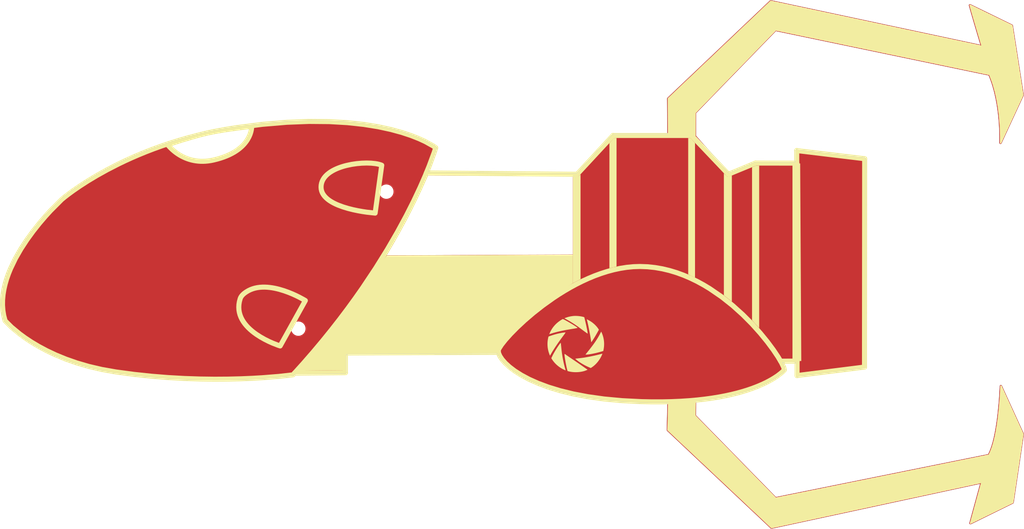
<source format=kicad_pcb>
(kicad_pcb (version 20240108) (generator "pcbnew") (generator_version "8.0")
  (layers (0 "F.Cu" signal) (31 "B.Cu" signal) (34 "B.Paste" user) (35 "F.Paste" user) (36 "B.SilkS" user "B.Silkscreen") (37 "F.SilkS" user "F.Silkscreen") (38 "B.Mask" user) (39 "F.Mask" user) (44 "Edge.Cuts" user))
  (net 0 "")
  (footprint "TestPoint:TestPoint_Pad_1.0x1.0mm" (layer "F.Cu") (at 146.15 74.325)
    (property "Reference" "REF**" (hide yes))
    (property "Value" "." (hide yes))
    (pad "" np_thru_hole circle (at 0 0) (size 1 1) (drill 1) (layers "F&B.Cu"))
  )
  (footprint "TestPoint:TestPoint_Pad_1.0x1.0mm" (layer "F.Cu") (at 136.925 88.7)
    (property "Reference" "REF**" (hide yes))
    (property "Value" "." (hide yes))
    (pad "" np_thru_hole circle (at 0 0) (size 1 1) (drill 1) (layers "F&B.Cu"))
  )
  (gr_line (start 136.52259 93.368042) (end 141.851791 93.321556) (stroke (width 0.529166)) (layer "F.SilkS"))
  (gr_line (start 189.204467 92.105098) (end 187.485358 92.108276) (stroke (width 0.529166)) (layer "F.SilkS"))
  (gr_poly (pts (xy 163.048117 90.519745) (xy 163.042379 90.407257) (xy 163.04112 90.309531) (xy 163.040929 90.294682) (xy 163.043778 90.182157) (xy 163.050936 90.069822) (xy 163.062411 89.957813) (xy 163.078214 89.846269) (xy 163.098353 89.735328) (xy 163.12284 89.625129) (xy 163.131333 89.590567) (xy 163.135022 89.576545) (xy 163.138546 89.564436) (xy 163.142063 89.554043) (xy 163.143866 89.549429) (xy 163.145726 89.545171) (xy 163.147662 89.541244) (xy 163.149692 89.537623) (xy 163.151838 89.534285) (xy 163.154117 89.531205) (xy 163.15655 89.528358) (xy 163.159155 89.52572) (xy 163.161954 89.523266) (xy 163.164964 89.520972) (xy 163.168205 89.518814) (xy 163.171697 89.516766) (xy 163.17546 89.514806) (xy 163.179512 89.512907) (xy 163.188563 89.509197) (xy 163.199007 89.505442) (xy 163.224693 89.497013) (xy 163.255124 89.486937) (xy 163.293582 89.473847) (xy 163.335142 89.459437) (xy 163.374877 89.4454) (xy 163.550896 89.385352) (xy 163.731381 89.329257) (xy 163.91447 89.277566) (xy 164.098298 89.230726) (xy 164.281001 89.189189) (xy 164.460715 89.153402) (xy 164.635575 89.123816) (xy 164.803718 89.100879) (xy 164.810001 89.100241) (xy 164.818007 89.099595) (xy 164.837871 89.098354) (xy 164.860681 89.097296) (xy 164.883811 89.096561) (xy 164.93814 89.095279) (xy 164.918784 89.127315) (xy 164.896557 89.163439) (xy 164.873408 89.199584) (xy 164.847958 89.237714) (xy 164.818824 89.279791) (xy 164.784626 89.32778) (xy 164.743984 89.383645) (xy 164.63784 89.526855) (xy 164.435826 89.801165) (xy 164.241238 90.072596) (xy 164.056117 90.338079) (xy 163.882509 90.594548) (xy 163.722458 90.838933) (xy 163.578008 91.068167) (xy 163.451202 91.279182) (xy 163.344085 91.46891) (xy 163.330059 91.49492) (xy 163.32435 91.504997) (xy 163.319285 91.51296) (xy 163.314695 91.51869) (xy 163.312526 91.52068) (xy 163.310412 91.522067) (xy 163.308332 91.522835) (xy 163.306266 91.52297) (xy 163.304191 91.522456) (xy 163.302088 91.521279) (xy 163.299935 91.519423) (xy 163.29771 91.516873) (xy 163.292963 91.509633) (xy 163.287677 91.499437) (xy 163.281685 91.486166) (xy 163.266904 91.449916) (xy 163.247268 91.399921) (xy 163.207565 91.293106) (xy 163.172074 91.185099) (xy 163.140805 91.076037) (xy 163.113767 90.966058) (xy 163.090969 90.855302) (xy 163.072422 90.743905) (xy 163.058135 90.632007)) (fill solid) (layer "F.SilkS"))
  (gr_poly (pts (xy 170.27999 68.695484) (xy 170.27999 82.176128) (xy 169.532371 82.364196) (xy 169.532371 69.222318) (xy 170.014014 68.687187)) (fill solid) (layer "F.SilkS"))
  (gr_line (start 166.146041 72.500049) (end 169.912132 68.43094) (stroke (width 0.529166)) (layer "F.SilkS"))
  (gr_poly (pts (xy 164.813667 87.609687) (xy 164.855895 87.633354) (xy 164.86588 87.638879) (xy 165.055335 87.743709) (xy 165.257611 87.857324) (xy 165.449363 87.969663) (xy 165.636023 88.084313) (xy 165.823026 88.204857) (xy 166.015804 88.334882) (xy 166.219792 88.477974) (xy 166.440422 88.637718) (xy 166.683128 88.817699) (xy 166.812454 88.913867) (xy 166.936214 89.004767) (xy 167.04037 89.080157) (xy 167.110885 89.129799) (xy 167.199296 89.190146) (xy 167.245033 89.221702) (xy 167.248454 89.222232) (xy 167.250786 89.218199) (xy 167.252309 89.197099) (xy 167.249855 89.159722) (xy 167.243677 89.107384) (xy 167.221157 88.963096) (xy 167.186769 88.774777) (xy 167.142534 88.552966) (xy 167.090473 88.308204) (xy 167.032606 88.051031) (xy 166.970954 87.791988) (xy 166.927829 87.614865) (xy 166.906493 87.525066) (xy 166.905829 87.522205) (xy 166.905057 87.519468) (xy 166.90415 87.516843) (xy 166.903082 87.514319) (xy 166.90183 87.511888) (xy 166.900366 87.509538) (xy 166.898666 87.507258) (xy 166.896704 87.505039) (xy 166.894454 87.502871) (xy 166.891891 87.500742) (xy 166.888989 87.498642) (xy 166.885723 87.496562) (xy 166.882067 87.49449) (xy 166.877995 87.492416) (xy 166.873483 87.49033) (xy 166.868505 87.488221) (xy 166.863034 87.48608) (xy 166.857046 87.483895) (xy 166.850515 87.481656) (xy 166.843415 87.479354) (xy 166.835722 87.476976) (xy 166.827408 87.474514) (xy 166.81845 87.471957) (xy 166.80882 87.469294) (xy 166.787447 87.463609) (xy 166.763085 87.457377) (xy 166.735528 87.450515) (xy 166.704574 87.442939) (xy 166.65196 87.430902) (xy 166.596722 87.41971) (xy 166.479954 87.399984) (xy 166.357431 87.38401) (xy 166.232314 87.372038) (xy 166.107767 87.364317) (xy 165.986952 87.361096) (xy 165.87303 87.362625) (xy 165.819643 87.365248) (xy 165.769164 87.369152) (xy 165.647819 87.382645) (xy 165.528404 87.400345) (xy 165.410781 87.422286) (xy 165.29481 87.448501) (xy 165.180352 87.479025) (xy 165.067268 87.513892) (xy 164.955418 87.553136) (xy 164.844665 87.59679)) (fill solid) (layer "F.SilkS"))
  (gr_line (start 150.348239 72.360674) (end 166.146041 72.500049) (stroke (width 0.529166)) (layer "F.SilkS"))
  (gr_line (start 196.289069 70.869096) (end 196.27127 92.728119) (stroke (width 0.529166)) (layer "F.SilkS"))
  (gr_poly (pts (xy 165.867122 88.689613) (xy 165.939132 88.677007) (xy 166.005143 88.664593) (xy 166.063652 88.652692) (xy 166.113153 88.641624) (xy 166.152142 88.631709) (xy 166.179114 88.623269) (xy 166.187624 88.619701) (xy 166.192565 88.616623) (xy 166.192619 88.610145) (xy 166.184221 88.599051) (xy 166.144203 88.56428) (xy 166.076775 88.51485) (xy 165.9862 88.453304) (xy 165.752662 88.304025) (xy 165.477694 88.13677) (xy 165.195401 87.971868) (xy 164.939889 87.829648) (xy 164.832834 87.773397) (xy 164.745263 87.730439) (xy 164.681441 87.703316) (xy 164.659767 87.696486) (xy 164.645629 87.694568) (xy 164.644048 87.694766) (xy 164.642119 87.69518) (xy 164.639868 87.695797) (xy 164.637322 87.696607) (xy 164.634508 87.697597) (xy 164.631452 87.698756) (xy 164.62818 87.700073) (xy 164.624721 87.701536) (xy 164.617343 87.704852) (xy 164.609533 87.708613) (xy 164.601503 87.712726) (xy 164.593467 87.717098) (xy 164.49014 87.777463) (xy 164.390066 87.840713) (xy 164.293268 87.906821) (xy 164.199774 87.97576) (xy 164.109609 88.047502) (xy 164.022799 88.122022) (xy 163.93937 88.199293) (xy 163.859348 88.279287) (xy 163.782758 88.361979) (xy 163.709626 88.44734) (xy 163.639979 88.535345) (xy 163.573841 88.625966) (xy 163.51124 88.719177) (xy 163.4522 88.814951) (xy 163.396748 88.913261) (xy 163.344909 89.01408) (xy 163.325231 89.055108) (xy 163.30503 89.098758) (xy 163.292683 89.126663) (xy 163.267226 89.184194) (xy 163.251709 89.221114) (xy 163.239837 89.250925) (xy 163.232654 89.271194) (xy 163.231146 89.276989) (xy 163.2312 89.279487) (xy 163.232079 89.279447) (xy 163.234243 89.278975) (xy 163.242162 89.276818) (xy 163.25442 89.273184) (xy 163.270479 89.268239) (xy 163.311859 89.25509) (xy 163.362006 89.238712) (xy 163.604324 89.162246) (xy 163.8559 89.090284) (xy 164.120857 89.021915) (xy 164.403318 88.956228) (xy 164.707402 88.892313) (xy 165.037233 88.829259) (xy 165.396931 88.766155) (xy 165.790618 88.702091)) (fill solid) (layer "F.SilkS"))
  (gr_line (start 189.204467 93.618145) (end 189.204467 92.105098) (stroke (width 0.529166)) (layer "F.SilkS"))
  (gr_poly (pts (xy 166.506286 83.513282) (xy 165.706634 83.919818) (xy 165.706634 72.711753) (xy 166.309562 72.711753) (xy 166.506286 72.507789)) (fill solid) (layer "F.SilkS"))
  (gr_line (start 141.851791 91.256004) (end 157.892749 91.185188) (stroke (width 0.529166)) (layer "F.SilkS"))
  (gr_line (start 178.136924 68.43094) (end 182.000106 72.500049) (stroke (width 0.529166)) (layer "F.SilkS"))
  (gr_poly (pts (xy 189.644881 92.093189) (xy 188.721313 92.088081) (xy 188.721313 71.364176) (xy 189.52835 71.364176)) (fill solid) (layer "F.SilkS"))
  (gr_line (start 141.851791 93.321556) (end 141.851791 91.256004) (stroke (width 0.529166)) (layer "F.SilkS"))
  (gr_line (start 169.912132 68.43094) (end 178.136924 68.43094) (stroke (width 0.529166)) (layer "F.SilkS"))
  (gr_poly (pts (xy 165.706634 83.919818) (xy 164.896816 84.443053) (xy 163.999069 85.068098) (xy 162.874562 85.909649) (xy 162.251134 86.405574) (xy 161.599647 86.948376) (xy 160.929646 87.535639) (xy 160.250673 88.164945) (xy 159.572273 88.833879) (xy 158.90399 89.540024) (xy 158.255367 90.280963) (xy 157.635947 91.054279) (xy 141.848479 91.06776) (xy 141.809589 91.124919) (xy 141.781977 91.16509) (xy 141.772255 91.178952) (xy 141.767589 91.185188) (xy 141.762923 91.192051) (xy 141.7532 91.207562) (xy 141.725589 91.252739) (xy 141.686698 91.317176) (xy 141.646247 93.063102) (xy 137.048873 93.11029) (xy 146.186706 81.019264) (xy 165.706634 80.938327)) (fill solid) (layer "F.SilkS"))
  (gr_poly (pts (xy 166.777327 93.178705) (xy 166.65103 93.206814) (xy 166.520694 93.229713) (xy 166.387193 93.247342) (xy 166.251398 93.259639) (xy 166.114185 93.266543) (xy 165.976427 93.267992) (xy 165.838997 93.263924) (xy 165.702769 93.254279) (xy 165.568616 93.238995) (xy 165.437413 93.218011) (xy 165.310032 93.191264) (xy 165.187347 93.158695) (xy 165.145225 93.146228) (xy 165.126907 93.084232) (xy 165.079669 92.906346) (xy 165.029406 92.686387) (xy 164.97899 92.44051) (xy 164.931295 92.18487) (xy 164.889193 91.935621) (xy 164.855559 91.708919) (xy 164.833266 91.520919) (xy 164.830478 91.486309) (xy 164.82727 91.44648) (xy 164.825187 91.387775) (xy 164.825208 91.384076) (xy 164.825275 91.380481) (xy 164.825387 91.377009) (xy 164.825539 91.373677) (xy 164.825731 91.370505) (xy 164.82596 91.367511) (xy 164.826223 91.364714) (xy 164.826518 91.362132) (xy 164.826843 91.359784) (xy 164.827195 91.357689) (xy 164.827572 91.355866) (xy 164.827972 91.354332) (xy 164.828392 91.353106) (xy 164.828609 91.352615) (xy 164.82883 91.352208) (xy 164.829055 91.351887) (xy 164.829283 91.351655) (xy 164.829515 91.351514) (xy 164.829749 91.351467) (xy 164.832705 91.351973) (xy 164.837078 91.35343) (xy 164.842704 91.355744) (xy 164.849417 91.358824) (xy 164.865444 91.366907) (xy 164.883839 91.376936) (xy 164.90328 91.388169) (xy 164.922445 91.399864) (xy 164.940014 91.411278) (xy 164.947787 91.416648) (xy 164.954665 91.421669) (xy 165.044566 91.48731) (xy 165.174881 91.578504) (xy 165.355884 91.702346) (xy 165.597846 91.865936) (xy 165.902486 92.07193) (xy 166.169065 92.254387) (xy 166.444956 92.445968) (xy 166.777534 92.679336) (xy 166.918814 92.778512) (xy 167.043407 92.865463) (xy 167.137821 92.93081) (xy 167.188567 92.965175) (xy 167.247764 93.003337) (xy 167.224647 93.015407) (xy 167.123244 93.063738) (xy 167.014307 93.107106) (xy 166.89871 93.145449)) (fill solid) (layer "F.SilkS"))
  (gr_line (start 189.168868 71.331911) (end 189.168868 70.014673) (stroke (width 0.529166)) (layer "F.SilkS"))
  (gr_poly (pts (xy 133.666977 84.35271) (xy 133.925819 84.377225) (xy 134.183925 84.41325) (xy 134.440291 84.459611) (xy 134.693916 84.515136) (xy 134.943799 84.578654) (xy 135.428329 84.724979) (xy 135.885868 84.889206) (xy 136.308403 85.061961) (xy 136.687918 85.233865) (xy 137.016401 85.395541) (xy 137.488214 85.650702) (xy 137.659732 85.752426) (xy 135.019141 90.514152) (xy 134.794769 90.438431) (xy 134.212433 90.210306) (xy 133.829583 90.038642) (xy 133.408308 89.828336) (xy 132.965628 89.579209) (xy 132.518566 89.291079) (xy 132.298711 89.132332) (xy 132.084144 88.963768) (xy 131.876992 88.785362) (xy 131.679383 88.597094) (xy 131.493444 88.398939) (xy 131.321304 88.190877) (xy 131.16509 87.972884) (xy 131.02693 87.744938) (xy 130.908951 87.507016) (xy 130.813282 87.259095) (xy 130.742049 87.001154) (xy 130.697381 86.73317) (xy 130.681406 86.455119) (xy 130.696251 86.166981) (xy 130.744043 85.868731) (xy 130.826911 85.560348) (xy 130.847683 85.502975) (xy 130.872176 85.447568) (xy 130.900145 85.394064) (xy 130.931348 85.342401) (xy 130.965541 85.292517) (xy 131.002481 85.24435) (xy 131.041926 85.197837) (xy 131.083631 85.152916) (xy 131.127355 85.109524) (xy 131.172852 85.0676) (xy 131.219882 85.02708) (xy 131.268199 84.987902) (xy 131.317562 84.950004) (xy 131.367727 84.913324) (xy 131.469489 84.843368) (xy 131.689892 84.711558) (xy 131.918572 84.601806) (xy 132.154529 84.512941) (xy 132.396761 84.443789) (xy 132.644265 84.393178) (xy 132.896041 84.359937) (xy 133.151085 84.342894) (xy 133.408398 84.340875)) (stroke (width 0.529166)) (fill none) (layer "F.SilkS"))
  (gr_poly (pts (xy 132.02996 67.577064) (xy 132.01757 67.709241) (xy 131.989064 67.883539) (xy 131.938002 68.093754) (xy 131.857947 68.333686) (xy 131.74246 68.597131) (xy 131.585102 68.877888) (xy 131.488709 69.02282) (xy 131.379434 69.169755) (xy 131.256472 69.317916) (xy 131.119018 69.466529) (xy 130.966267 69.614818) (xy 130.797415 69.762008) (xy 130.611657 69.907323) (xy 130.408187 70.04999) (xy 130.186201 70.189231) (xy 129.944894 70.324273) (xy 129.683462 70.454339) (xy 129.401099 70.578654) (xy 129.097 70.696444) (xy 128.770362 70.806932) (xy 128.420378 70.909344) (xy 128.046245 71.002905) (xy 127.755813 71.061886) (xy 127.474014 71.103932) (xy 127.200886 71.130029) (xy 126.936469 71.141167) (xy 126.680799 71.138332) (xy 126.433917 71.122513) (xy 126.195861 71.094698) (xy 125.966668 71.055873) (xy 125.746377 71.007028) (xy 125.535028 70.94915) (xy 125.332658 70.883227) (xy 125.139306 70.810246) (xy 124.955011 70.731196) (xy 124.779811 70.647064) (xy 124.613744 70.558838) (xy 124.456849 70.467506) (xy 124.309164 70.374057) (xy 124.170729 70.279477) (xy 124.041581 70.184755) (xy 123.921759 70.090878) (xy 123.710247 69.909612) (xy 123.536501 69.743582) (xy 123.400829 69.600691) (xy 123.303539 69.488842) (xy 123.225337 69.389879) (xy 124.804183 68.8903) (xy 126.197266 68.479013) (xy 126.875418 68.295174) (xy 127.476812 68.149559) (xy 128.101653 68.025485) (xy 128.819103 67.903401) (xy 129.574939 67.787793) (xy 130.314941 67.683146) (xy 131.530548 67.524677) (xy 132.032146 67.46388)) (stroke (width 0.529166)) (fill none) (layer "F.SilkS"))
  (gr_line (start 182.000106 72.500049) (end 184.84497 71.326107) (stroke (width 0.529166)) (layer "F.SilkS"))
  (gr_poly (pts (xy 178.50682 69.205726) (xy 178.50682 83.351497) (xy 177.791808 83.003036) (xy 177.791808 68.691335) (xy 178.032714 68.691335)) (fill solid) (layer "F.SilkS"))
  (gr_line (start 196.27127 92.728119) (end 189.204467 93.618145) (stroke (width 0.529166)) (layer "F.SilkS"))
  (gr_line (start 189.168868 70.014673) (end 196.289069 70.869096) (stroke (width 0.529166)) (layer "F.SilkS"))
  (gr_poly (pts (xy 185.232421 88.636856) (xy 184.484794 87.81509) (xy 184.484794 71.762666) (xy 184.894996 71.591728) (xy 185.232421 71.589176)) (fill solid) (layer "F.SilkS"))
  (gr_poly (pts (xy 208.60311 59.073828) (xy 207.96503 56.921336) (xy 207.530971 55.441498) (xy 207.343383 54.768844) (xy 211.725044 56.904905) (xy 212.86428 64.18942) (xy 210.541991 69.206422) (xy 210.546956 68.508951) (xy 210.524087 67.7305) (xy 210.497834 67.261084) (xy 210.458471 66.748584) (xy 210.403575 66.200783) (xy 210.330724 65.625462) (xy 210.237494 65.030405) (xy 210.121462 64.423393) (xy 209.980206 63.81221) (xy 209.811302 63.204637) (xy 209.715724 62.904636) (xy 209.612327 62.608456) (xy 209.500806 62.31707) (xy 209.380859 62.031451) (xy 186.957694 57.354025) (xy 178.512038 66.051626) (xy 178.50682 68.43094) (xy 175.740638 68.43094) (xy 175.707778 64.561861) (xy 186.453803 54.352587)) (stroke (width 0.132291)) (fill solid) (layer "F.SilkS"))
  (gr_poly (pts (xy 167.204108 87.735663) (xy 167.217674 87.742095) (xy 167.233621 87.749881) (xy 167.252119 87.759078) (xy 167.273339 87.769741) (xy 167.297454 87.781925) (xy 167.384177 87.827646) (xy 167.469324 87.876228) (xy 167.552743 87.927535) (xy 167.634283 87.981432) (xy 167.713794 88.037784) (xy 167.791126 88.096456) (xy 167.866126 88.157312) (xy 167.938645 88.220217) (xy 168.008531 88.285035) (xy 168.075634 88.351633) (xy 168.139803 88.419873) (xy 168.200888 88.489621) (xy 168.258736 88.560742) (xy 168.313199 88.6331) (xy 168.364124 88.70656) (xy 168.411361 88.780986) (xy 168.430633 88.812816) (xy 168.269775 89.101459) (xy 168.179894 89.261239) (xy 168.09579 89.407551) (xy 168.016501 89.541951) (xy 167.941063 89.665996) (xy 167.868515 89.781242) (xy 167.797896 89.889245) (xy 167.728242 89.991562) (xy 167.658591 90.089748) (xy 167.628486 90.13134) (xy 167.596267 89.910278) (xy 167.553619 89.635207) (xy 167.503068 89.338057) (xy 167.387482 88.72374) (xy 167.327058 88.429682) (xy 167.267955 88.159766) (xy 167.212478 87.925545) (xy 167.162933 87.738575) (xy 167.161632 87.733742) (xy 167.161157 87.731603) (xy 167.160826 87.729658) (xy 167.160662 87.727914) (xy 167.160686 87.726377) (xy 167.160775 87.725688) (xy 167.160919 87.725054) (xy 167.161121 87.724476) (xy 167.161383 87.723954) (xy 167.161709 87.723489) (xy 167.1621 87.723081) (xy 167.162559 87.722733) (xy 167.16309 87.722444) (xy 167.163694 87.722216) (xy 167.164374 87.722049) (xy 167.165134 87.721945) (xy 167.165976 87.721903) (xy 167.166902 87.721926) (xy 167.167915 87.722014) (xy 167.170213 87.722387) (xy 167.172893 87.72303) (xy 167.175974 87.723949) (xy 167.179479 87.725152) (xy 167.183429 87.726646) (xy 167.187846 87.728437) (xy 167.19275 87.730532) (xy 167.198164 87.732939)) (fill solid) (layer "F.SilkS"))
  (gr_line (start 184.84497 71.326107) (end 189.168868 71.331911) (stroke (width 0.529166)) (layer "F.SilkS"))
  (gr_poly (pts (xy 168.886481 91.043092) (xy 168.885289 91.04504) (xy 168.884064 91.0467) (xy 168.882793 91.048104) (xy 168.881466 91.049282) (xy 168.880071 91.050265) (xy 168.878598 91.051083) (xy 168.877035 91.051767) (xy 168.875372 91.052347) (xy 168.873597 91.052854) (xy 168.869667 91.05377) (xy 168.865157 91.05476) (xy 168.849489 91.058938) (xy 168.821184 91.067023) (xy 168.742736 91.090255) (xy 168.520664 91.153777) (xy 168.287072 91.214513) (xy 168.050879 91.270634) (xy 167.821007 91.320314) (xy 167.606376 91.361723) (xy 167.415906 91.393034) (xy 167.258519 91.41242) (xy 167.195019 91.41707) (xy 167.143134 91.418052) (xy 167.019599 91.415557) (xy 167.065146 91.359604) (xy 167.130912 91.278812) (xy 167.395885 90.949476) (xy 167.628541 90.651443) (xy 167.833129 90.378567) (xy 168.013893 90.124703) (xy 168.175082 89.883707) (xy 168.320941 89.649431) (xy 168.455716 89.41573) (xy 168.583656 89.17646) (xy 168.641118 89.065516) (xy 168.659689 89.029973) (xy 168.667808 89.014785) (xy 168.668539 89.01418) (xy 168.66954 89.014304) (xy 168.672319 89.016667) (xy 168.676081 89.021736) (xy 168.680762 89.029369) (xy 168.692621 89.051771) (xy 168.707382 89.082753) (xy 168.724532 89.121196) (xy 168.743554 89.16598) (xy 168.763936 89.215985) (xy 168.785163 89.270092) (xy 168.82071 89.367652) (xy 168.852646 89.466229) (xy 168.880967 89.565746) (xy 168.905667 89.66613) (xy 168.926739 89.767305) (xy 168.944177 89.869197) (xy 168.957975 89.971729) (xy 168.968127 90.074828) (xy 168.974628 90.178419) (xy 168.977471 90.282425) (xy 168.976651 90.386773) (xy 168.97216 90.491388) (xy 168.963994 90.596194) (xy 168.952146 90.701116) (xy 168.93661 90.80608) (xy 168.917381 90.91101) (xy 168.907797 90.958713) (xy 168.903909 90.977791) (xy 168.900506 90.994014) (xy 168.897498 91.007624) (xy 168.896115 91.013526) (xy 168.894797 91.018867) (xy 168.893534 91.023676) (xy 168.892314 91.027986) (xy 168.891127 91.031825) (xy 168.889961 91.035225) (xy 168.888806 91.038215) (xy 168.887649 91.040828)) (fill solid) (layer "F.SilkS"))
  (gr_line (start 196.173807 83.024353) (end 196.173809 83.024353) (stroke (width 0.1)) (layer "F.SilkS"))
  (gr_poly (pts (xy 173.522664 82.204502) (xy 174.309248 82.287328) (xy 175.082267 82.421166) (xy 175.840891 82.602575) (xy 176.584293 82.828114) (xy 177.311643 83.094342) (xy 178.022113 83.397816) (xy 178.714875 83.735098) (xy 179.3891 84.102744) (xy 180.043959 84.497314) (xy 181.292265 85.353463) (xy 182.453166 86.276016) (xy 183.520032 87.237443) (xy 184.486235 88.210215) (xy 185.345146 89.166804) (xy 186.090137 90.079682) (xy 186.714579 90.921318) (xy 187.211843 91.664185) (xy 187.575301 92.280753) (xy 187.798323 92.743494) (xy 187.874282 93.024879) (xy 187.722382 93.182887) (xy 187.519308 93.363373) (xy 187.219752 93.596382) (xy 187.031044 93.729036) (xy 186.814915 93.870564) (xy 186.570266 94.019548) (xy 186.295997 94.174569) (xy 185.991008 94.334209) (xy 185.654199 94.497049) (xy 185.284469 94.66167) (xy 184.88072 94.826654) (xy 184.441852 94.990582) (xy 183.966763 95.152035) (xy 183.454355 95.309595) (xy 182.903527 95.461843) (xy 182.31318 95.60736) (xy 181.682213 95.744727) (xy 181.009527 95.872527) (xy 180.294021 95.98934) (xy 179.534597 96.093748) (xy 178.730153 96.184332) (xy 177.87959 96.259673) (xy 176.981808 96.318353) (xy 176.035707 96.358952) (xy 175.040187 96.380053) (xy 173.994149 96.380237) (xy 172.896491 96.358085) (xy 170.845348 96.254525) (xy 168.971409 96.078619) (xy 167.268483 95.839323) (xy 165.730377 95.545588) (xy 164.350901 95.206368) (xy 163.123863 94.830618) (xy 162.043071 94.427288) (xy 161.102333 94.005334) (xy 160.295459 93.573709) (xy 159.616256 93.141365) (xy 159.058533 92.717257) (xy 158.616098 92.310337) (xy 158.28276 91.929558) (xy 158.052328 91.583875) (xy 157.918608 91.28224) (xy 157.875411 91.033607) (xy 157.897242 90.928218) (xy 157.961787 90.784326) (xy 158.213349 90.392014) (xy 158.618744 89.878627) (xy 159.166624 89.266119) (xy 159.845638 88.576445) (xy 160.644434 87.831559) (xy 161.551663 87.053417) (xy 162.555973 86.263972) (xy 163.646015 85.485181) (xy 164.219638 85.106641) (xy 164.810438 84.738998) (xy 165.416995 84.384995) (xy 166.037891 84.047377) (xy 166.671707 83.728888) (xy 167.317024 83.432273) (xy 167.972423 83.160277) (xy 168.636486 82.915642) (xy 169.307794 82.701114) (xy 169.984927 82.519437) (xy 170.666467 82.373356) (xy 171.350996 82.265614) (xy 172.037094 82.198957) (xy 172.723342 82.176128)) (stroke (width 0.529166)) (fill none) (layer "F.SilkS"))
  (gr_poly (pts (xy 140.160499 66.974917) (xy 142.072625 67.085175) (xy 143.78503 67.271029) (xy 145.30409 67.516243) (xy 146.636181 67.80458) (xy 147.787677 68.119803) (xy 148.764956 68.445675) (xy 149.574392 68.76596) (xy 150.222361 69.064421) (xy 151.0594 69.530923) (xy 151.327079 69.71529) (xy 151.16517 70.215421) (xy 150.638336 71.642786) (xy 150.218804 72.669948) (xy 149.68492 73.887838) (xy 149.028976 75.282764) (xy 148.243264 76.841033) (xy 147.320078 78.548951) (xy 146.25171 80.392825) (xy 145.030453 82.358963) (xy 143.6486 84.43367) (xy 142.895041 85.507458) (xy 142.098443 86.603254) (xy 141.257842 87.719345) (xy 140.372276 88.854021) (xy 139.440779 90.005569) (xy 138.46239 91.172279) (xy 137.436145 92.352438) (xy 136.361079 93.544334) (xy 134.88995 93.710048) (xy 133.16746 93.847946) (xy 132.093441 93.910458) (xy 130.890507 93.960986) (xy 129.568361 93.993759) (xy 128.136705 94.003007) (xy 126.60524 93.982959) (xy 124.983669 93.927844) (xy 123.281692 93.831893) (xy 121.509013 93.689336) (xy 119.675333 93.4944) (xy 117.790353 93.241317) (xy 116.320228 92.981485) (xy 114.957566 92.663011) (xy 113.700626 92.2963) (xy 112.547668 91.891757) (xy 111.49695 91.459786) (xy 110.546733 91.010791) (xy 109.695274 90.555178) (xy 108.940834 90.10335) (xy 108.28167 89.665713) (xy 107.716044 89.25267) (xy 106.858436 88.541987) (xy 106.189062 87.873558) (xy 106.046113 87.335777) (xy 105.956049 86.791722) (xy 105.915699 86.242926) (xy 105.921892 85.690918) (xy 105.971458 85.13723) (xy 106.061227 84.583392) (xy 106.188027 84.030936) (xy 106.348689 83.481393) (xy 106.540041 82.936294) (xy 106.758914 82.397169) (xy 107.266538 81.342968) (xy 107.846197 80.331038) (xy 108.472526 79.373626) (xy 109.120162 78.482981) (xy 109.763738 77.671351) (xy 110.377893 76.950983) (xy 110.93726 76.334126) (xy 112.119575 75.146766) (xy 112.426115 74.89434) (xy 112.805897 74.600462) (xy 113.333673 74.214055) (xy 114.00718 73.749554) (xy 114.824158 73.221396) (xy 115.782345 72.644017) (xy 116.879478 72.031853) (xy 118.113298 71.39934) (xy 118.780759 71.079963) (xy 119.481542 70.760913) (xy 120.215367 70.443993) (xy 120.981949 70.131008) (xy 121.781007 69.823763) (xy 122.612258 69.524063) (xy 123.475419 69.23371) (xy 124.370207 68.954511) (xy 125.29634 68.68827) (xy 126.253534 68.43679) (xy 127.241508 68.201877) (xy 128.259979 67.985336) (xy 129.308663 67.78897) (xy 130.387279 67.614584) (xy 133.162043 67.260089) (xy 135.711584 67.046138) (xy 138.042278 66.956493)) (stroke (width 0.529166)) (fill none) (layer "F.SilkS"))
  (gr_poly (pts (xy 144.566448 71.335825) (xy 144.996944 71.380442) (xy 145.190814 71.413478) (xy 145.36834 71.453481) (xy 145.527953 71.500311) (xy 145.668082 71.553829) (xy 144.975471 76.575283) (xy 144.089411 76.477884) (xy 143.660225 76.413585) (xy 143.181199 76.328742) (xy 142.668946 76.22107) (xy 142.140079 76.088288) (xy 141.611212 75.928113) (xy 141.098958 75.738261) (xy 140.854253 75.631493) (xy 140.619932 75.51645) (xy 140.398071 75.392847) (xy 140.190747 75.260398) (xy 140.000036 75.118817) (xy 139.828016 74.967821) (xy 139.676763 74.807122) (xy 139.548353 74.636436) (xy 139.444864 74.455478) (xy 139.368372 74.263961) (xy 139.320954 74.061602) (xy 139.304687 73.848114) (xy 139.31901 73.629657) (xy 139.360932 73.42206) (xy 139.428885 73.225181) (xy 139.521298 73.038883) (xy 139.636603 72.863027) (xy 139.773229 72.697472) (xy 139.929608 72.542081) (xy 140.10417 72.396715) (xy 140.295345 72.261234) (xy 140.501565 72.135499) (xy 140.72126 72.019372) (xy 140.952859 71.912713) (xy 141.194795 71.815383) (xy 141.445498 71.727244) (xy 141.703397 71.648156) (xy 141.966924 71.57798) (xy 142.504584 71.46381) (xy 143.045922 71.383622) (xy 143.578382 71.336303) (xy 144.089409 71.320741)) (stroke (width 0.529166)) (fill none) (layer "F.SilkS"))
  (gr_poly (pts (xy 163.451491 91.769918) (xy 163.452894 91.766531) (xy 163.453219 91.765747) (xy 163.457418 91.756733) (xy 163.462598 91.746633) (xy 163.475852 91.722263) (xy 163.482848 91.709305) (xy 163.490335 91.695025) (xy 163.505857 91.664372) (xy 163.520557 91.63406) (xy 163.527018 91.620205) (xy 163.532577 91.607845) (xy 163.565002 91.537481) (xy 163.604008 91.458825) (xy 163.698505 91.281905) (xy 163.809565 91.087629) (xy 163.930683 90.886541) (xy 164.055355 90.689184) (xy 164.177076 90.506103) (xy 164.289343 90.34784) (xy 164.339898 90.281311) (xy 164.38565 90.224941) (xy 164.403498 90.203349) (xy 164.410711 90.195802) (xy 164.417032 90.191569) (xy 164.422646 90.19151) (xy 164.427739 90.196486) (xy 164.432496 90.207358) (xy 164.437103 90.224987) (xy 164.446608 90.283958) (xy 164.457739 90.380283) (xy 164.490821 90.712543) (xy 164.522385 91.002795) (xy 164.559397 91.288212) (xy 164.60184 91.568702) (xy 164.649697 91.844173) (xy 164.702951 92.114534) (xy 164.761585 92.379693) (xy 164.82558 92.63956) (xy 164.89492 92.894043) (xy 164.914929 92.965037) (xy 164.923308 92.995547) (xy 164.930395 93.021947) (xy 164.936035 93.043645) (xy 164.94007 93.060052) (xy 164.942344 93.070578) (xy 164.942773 93.073452) (xy 164.942702 93.074634) (xy 164.940238 93.074584) (xy 164.934592 93.073032) (xy 164.914972 93.065947) (xy 164.886272 93.054423) (xy 164.850925 93.039505) (xy 164.770009 93.003662) (xy 164.729303 92.984827) (xy 164.691673 92.966774) (xy 164.600758 92.920065) (xy 164.51127 92.869892) (xy 164.423344 92.816377) (xy 164.337113 92.759641) (xy 164.252713 92.699806) (xy 164.170279 92.636996) (xy 164.089944 92.571331) (xy 164.011844 92.502935) (xy 163.936113 92.431928) (xy 163.862886 92.358434) (xy 163.792298 92.282574) (xy 163.724483 92.204471) (xy 163.659576 92.124246) (xy 163.597712 92.042023) (xy 163.539025 91.957922) (xy 163.483649 91.872066) (xy 163.467782 91.846236) (xy 163.461521 91.835561) (xy 163.456359 91.826078) (xy 163.454187 91.821711) (xy 163.452285 91.817557) (xy 163.450652 91.813587) (xy 163.449286 91.809771) (xy 163.448187 91.806083) (xy 163.447351 91.802493) (xy 163.446779 91.798973) (xy 163.446469 91.795495) (xy 163.446418 91.79203) (xy 163.446626 91.788549) (xy 163.447091 91.785024) (xy 163.447811 91.781427) (xy 163.448786 91.77773) (xy 163.450013 91.773903)) (fill solid) (layer "F.SilkS"))
  (gr_poly (pts (xy 212.876601 99.765438) (xy 211.80857 106.939045) (xy 207.394042 109.110706) (xy 208.568885 104.820781) (xy 186.53186 109.57352) (xy 175.673553 99.338226) (xy 175.749267 96.367214) (xy 178.521568 96.204677) (xy 178.506021 97.023832) (xy 178.499088 97.587001) (xy 178.499479 97.772591) (xy 178.503829 97.842987) (xy 186.959068 106.49403) (xy 209.316505 101.972705) (xy 209.415663 101.789045) (xy 209.509636 101.586265) (xy 209.68256 101.129892) (xy 209.836345 100.616675) (xy 209.97206 100.059704) (xy 210.090775 99.47207) (xy 210.193557 98.866861) (xy 210.281478 98.257167) (xy 210.355604 97.656078) (xy 210.466753 96.532073) (xy 210.535557 95.599562) (xy 210.580337 94.727893)) (stroke (width 0.132291)) (fill solid) (layer "F.SilkS"))
  (gr_poly (pts (xy 181.865768 72.735946) (xy 181.990211 72.769132) (xy 182.366538 72.623399) (xy 182.366538 85.865379) (xy 181.529914 85.197498) (xy 181.529914 72.391636)) (fill solid) (layer "F.SilkS"))
  (gr_poly (pts (xy 166.06057 91.954415) (xy 166.00518 91.904441) (xy 165.997031 91.896721) (xy 165.99434 91.894134) (xy 165.989693 91.889665) (xy 165.983149 91.883248) (xy 165.980168 91.880273) (xy 165.97738 91.877448) (xy 165.974781 91.874773) (xy 165.97237 91.872242) (xy 165.970143 91.869854) (xy 165.9681 91.867606) (xy 165.966237 91.865494) (xy 165.964553 91.863516) (xy 165.963045 91.861669) (xy 165.961711 91.85995) (xy 165.960549 91.858356) (xy 165.959557 91.856884) (xy 165.958733 91.855531) (xy 165.958073 91.854295) (xy 165.957577 91.853172) (xy 165.95739 91.852652) (xy 165.957242 91.852159) (xy 165.957134 91.851693) (xy 165.957066 91.851254) (xy 165.957036 91.850841) (xy 165.957046 91.850453) (xy 165.957094 91.850091) (xy 165.95718 91.849755) (xy 165.957304 91.849442) (xy 165.957467 91.849154) (xy 165.957666 91.848891) (xy 165.957903 91.84865) (xy 165.958177 91.848433) (xy 165.958487 91.848239) (xy 165.958834 91.848067) (xy 165.959217 91.847918) (xy 165.959635 91.84779) (xy 165.96009 91.847684) (xy 165.961104 91.847534) (xy 165.962257 91.847465) (xy 166.073882 91.836816) (xy 166.288494 91.812641) (xy 166.525567 91.784304) (xy 166.704574 91.761169) (xy 166.903767 91.731135) (xy 167.115401 91.695754) (xy 167.335984 91.655726) (xy 167.562026 91.611753) (xy 167.790035 91.564535) (xy 168.01652 91.514773) (xy 168.237988 91.463169) (xy 168.45095 91.410423) (xy 168.712714 91.343734) (xy 168.719312 91.34223) (xy 168.726564 91.340787) (xy 168.734232 91.33944) (xy 168.74208 91.338223) (xy 168.749869 91.337171) (xy 168.757361 91.336319) (xy 168.76432 91.3357) (xy 168.770507 91.33535) (xy 168.798278 91.334362) (xy 168.780555 91.37923) (xy 168.734182 91.489869) (xy 168.683157 91.598952) (xy 168.627702 91.706208) (xy 168.568038 91.811367) (xy 168.504386 91.914159) (xy 168.436969 92.014314) (xy 168.366009 92.111562) (xy 168.291727 92.205632) (xy 168.214345 92.296255) (xy 168.134085 92.38316) (xy 168.051168 92.466077) (xy 167.965817 92.544736) (xy 167.878252 92.618867) (xy 167.788697 92.6882) (xy 167.697372 92.752464) (xy 167.604499 92.81139) (xy 167.573318 92.830116) (xy 167.514404 92.803615) (xy 167.437499 92.769806) (xy 167.335349 92.725761) (xy 167.245658 92.686155) (xy 167.154015 92.64324) (xy 167.061026 92.597391) (xy 166.967298 92.548982) (xy 166.873434 92.498386) (xy 166.780041 92.445978) (xy 166.687724 92.392131) (xy 166.597088 92.337218) (xy 166.508739 92.281615) (xy 166.423282 92.225694) (xy 166.341323 92.16983) (xy 166.263467 92.114396) (xy 166.190319 92.059766) (xy 166.122485 92.006315)) (fill solid) (layer "F.SilkS"))
  (gr_poly (pts (xy 184.807912 71.204431) (xy 184.784079 71.211626) (xy 182.019765 72.352329) (xy 178.621373 68.45) (xy 178.626479 66.106174) (xy 186.987696 57.49553) (xy 209.277156 62.145065) (xy 209.370479 62.367289) (xy 209.480592 62.654996) (xy 209.582804 62.94778) (xy 209.677126 63.243839) (xy 209.844654 63.846459) (xy 209.984731 64.452544) (xy 210.099911 65.055101) (xy 210.192517 65.646174) (xy 210.264927 66.218018) (xy 210.31951 66.762697) (xy 210.358658 67.272397) (xy 210.384745 67.738844) (xy 210.407496 68.513268) (xy 210.402547 69.208435) (xy 210.404185 69.226371) (xy 210.404077 69.229012) (xy 210.404542 69.230277) (xy 210.404811 69.233228) (xy 210.413343 69.254246) (xy 210.421156 69.275529) (xy 210.422629 69.277127) (xy 210.423447 69.279143) (xy 210.439374 69.295297) (xy 210.454737 69.311969) (xy 210.456711 69.312882) (xy 210.458237 69.314431) (xy 210.479118 69.323254) (xy 210.499705 69.332784) (xy 210.50188 69.332872) (xy 210.503882 69.333719) (xy 210.526556 69.33388) (xy 210.549217 69.334806) (xy 210.551259 69.334056) (xy 210.553433 69.334072) (xy 210.574452 69.32554) (xy 210.595734 69.317727) (xy 210.597333 69.316254) (xy 210.599348 69.315436) (xy 210.615503 69.299509) (xy 210.632174 69.284146) (xy 210.633676 69.281592) (xy 210.634636 69.280646) (xy 210.635666 69.27821) (xy 210.644796 69.262687) (xy 212.967085 64.245685) (xy 212.975278 64.222176) (xy 212.975788 64.209701) (xy 212.978725 64.197569) (xy 212.977308 64.172714) (xy 211.838072 56.888199) (xy 211.831833 56.864097) (xy 211.825964 56.854476) (xy 211.822292 56.843821) (xy 211.813183 56.833528) (xy 211.806024 56.821796) (xy 211.796919 56.815153) (xy 211.78945 56.806715) (xy 211.768248 56.793665) (xy 207.386588 54.657604) (xy 207.3734 54.652708) (xy 207.370533 54.651092) (xy 207.368323 54.650823) (xy 207.363248 54.64894) (xy 207.342232 54.647658) (xy 207.321341 54.645124) (xy 207.317632 54.646158) (xy 207.313787 54.645924) (xy 207.293889 54.652779) (xy 207.27361 54.658435) (xy 207.270578 54.660811) (xy 207.266936 54.662066) (xy 207.251177 54.676014) (xy 207.234606 54.688999) (xy 207.232714 54.692354) (xy 207.229829 54.694908) (xy 207.220602 54.713835) (xy 207.210267 54.732164) (xy 207.209804 54.735985) (xy 207.208115 54.739449) (xy 207.206834 54.760465) (xy 207.204299 54.781356) (xy 207.205235 54.786685) (xy 207.205099 54.78891) (xy 207.206172 54.792024) (xy 207.208604 54.805877) (xy 207.396192 55.47853) (xy 207.3965 55.479322) (xy 207.396658 55.48016) (xy 207.830717 56.959998) (xy 207.830786 56.960167) (xy 207.83082 56.960348) (xy 208.408176 58.907993) (xy 186.467832 54.231294) (xy 186.443092 54.228516) (xy 186.43153 54.230652) (xy 186.419777 54.230351) (xy 186.407402 54.235109) (xy 186.394363 54.237518) (xy 186.3845 54.243915) (xy 186.373525 54.248135) (xy 186.353882 54.263431) (xy 175.607857 64.472705) (xy 175.591576 64.491539) (xy 175.590682 64.49355) (xy 175.589139 64.49512) (xy 175.580647 64.516125) (xy 175.571447 64.53682) (xy 175.571391 64.539018) (xy 175.570565 64.541061) (xy 175.568336 64.565857) (xy 175.600108 68.306857) (xy 169.899685 68.306857) (xy 169.874909 68.309297) (xy 169.872605 68.310251) (xy 169.870113 68.310348) (xy 169.849795 68.319699) (xy 169.829128 68.32826) (xy 169.827365 68.330023) (xy 169.825099 68.331066) (xy 169.806479 68.347592) (xy 166.078544 72.375475) (xy 150.523423 72.238241) (xy 150.743638 71.693286) (xy 150.744187 71.691421) (xy 150.745032 71.689678) (xy 151.271867 70.262313) (xy 151.27252 70.259813) (xy 151.273549 70.257453) (xy 151.435458 69.757322) (xy 151.440768 69.732999) (xy 151.440245 69.726434) (xy 151.441619 69.719998) (xy 151.43829 69.701928) (xy 151.436827 69.683603) (xy 151.433832 69.677738) (xy 151.432638 69.671264) (xy 151.422646 69.655844) (xy 151.414283 69.639474) (xy 151.40927 69.635201) (xy 151.405691 69.629679) (xy 151.386671 69.613615) (xy 151.118992 69.429248) (xy 151.113728 69.426337) (xy 151.10878 69.422905) (xy 150.271741 68.956403) (xy 150.26726 68.954453) (xy 150.263046 68.951986) (xy 149.615077 68.653525) (xy 149.611773 68.65238) (xy 149.608672 68.650786) (xy 148.799236 68.330501) (xy 148.795879 68.32954) (xy 148.792682 68.328113) (xy 147.815403 68.002241) (xy 147.812011 68.001469) (xy 147.808763 68.000227) (xy 146.657267 67.685004) (xy 146.653875 67.684425) (xy 146.650602 67.683372) (xy 145.318511 67.395035) (xy 145.315155 67.394647) (xy 145.311882 67.393783) (xy 143.792822 67.148569) (xy 143.789524 67.148364) (xy 143.786286 67.147687) (xy 142.073881 66.961833) (xy 142.070661 66.961801) (xy 142.067489 66.961303) (xy 140.155363 66.851045) (xy 140.152253 66.851171) (xy 140.149156 66.850839) (xy 138.030936 66.832415) (xy 138.027946 66.832683) (xy 138.024949 66.832504) (xy 135.694256 66.922149) (xy 135.6914 66.922541) (xy 135.688516 66.9225) (xy 133.138976 67.136451) (xy 133.136262 67.13695) (xy 133.133502 67.13703) (xy 130.358738 67.491525) (xy 130.356676 67.491997) (xy 130.354562 67.492129) (xy 129.275946 67.666515) (xy 129.274415 67.666919) (xy 129.272841 67.667057) (xy 128.224158 67.863423) (xy 128.222667 67.863857) (xy 128.22112 67.86403) (xy 127.202649 68.080571) (xy 127.201195 68.081033) (xy 127.199683 68.081239) (xy 126.211709 68.316152) (xy 126.210299 68.316637) (xy 126.208816 68.316875) (xy 125.251622 68.568355) (xy 125.250243 68.568866) (xy 125.248804 68.569131) (xy 124.322672 68.835371) (xy 124.321335 68.835902) (xy 124.319931 68.836193) (xy 123.425143 69.115392) (xy 123.42385 69.115939) (xy 123.422481 69.116255) (xy 122.55932 69.406608) (xy 122.55807 69.40717) (xy 122.556736 69.407508) (xy 121.725485 69.707208) (xy 121.724273 69.707784) (xy 121.722981 69.708141) (xy 120.923923 70.015386) (xy 120.922752 70.015974) (xy 120.921496 70.016348) (xy 120.154915 70.329332) (xy 120.153786 70.329928) (xy 120.152567 70.330318) (xy 119.418742 70.647238) (xy 119.417651 70.647842) (xy 119.416472 70.648245) (xy 118.715689 70.967295) (xy 118.714635 70.967906) (xy 118.713495 70.96832) (xy 118.046034 71.287696) (xy 118.044537 71.288602) (xy 118.042915 71.289242) (xy 116.809094 71.921755) (xy 116.807205 71.922971) (xy 116.80515 71.923866) (xy 115.708017 72.53603) (xy 115.706271 72.537242) (xy 115.704352 72.538156) (xy 114.746164 73.115535) (xy 114.744551 73.116737) (xy 114.742762 73.117659) (xy 113.925784 73.645817) (xy 113.924295 73.647001) (xy 113.922629 73.647924) (xy 113.249123 74.112425) (xy 113.24775 74.113586) (xy 113.246202 74.114501) (xy 112.718426 74.500907) (xy 112.717164 74.502037) (xy 112.715728 74.502938) (xy 112.335946 74.796816) (xy 112.334539 74.798145) (xy 112.332937 74.799219) (xy 112.026397 75.051645) (xy 112.021975 75.056082) (xy 112.017134 75.060072) (xy 110.834819 76.247432) (xy 110.832937 76.249735) (xy 110.830734 76.251731) (xy 110.271366 76.868589) (xy 110.270205 76.870153) (xy 110.268802 76.871505) (xy 109.654647 77.591873) (xy 109.653353 77.593733) (xy 109.651779 77.595361) (xy 109.008203 78.406991) (xy 109.006765 78.409223) (xy 109.005 78.411208) (xy 108.357364 79.301853) (xy 108.355772 79.304567) (xy 108.353801 79.307017) (xy 107.727472 80.264429) (xy 107.725733 80.267761) (xy 107.723549 80.27083) (xy 107.14389 81.282759) (xy 107.142028 81.286907) (xy 107.139666 81.290786) (xy 106.632042 82.344987) (xy 106.630662 82.348761) (xy 106.628795 82.352314) (xy 106.409922 82.891439) (xy 106.409056 82.894368) (xy 106.407763 82.897145) (xy 106.216411 83.442244) (xy 106.215609 83.445533) (xy 106.214345 83.448672) (xy 106.053683 83.998216) (xy 106.052991 84.001892) (xy 106.051799 84.005442) (xy 105.924999 84.557899) (xy 105.924475 84.561992) (xy 105.923416 84.565989) (xy 105.833647 85.119827) (xy 105.833364 85.124361) (xy 105.832517 85.128823) (xy 105.782951 85.682511) (xy 105.782996 85.687474) (xy 105.782453 85.69241) (xy 105.776288 86.241893) (xy 105.77626 86.244418) (xy 105.776728 86.249778) (xy 105.776594 86.255155) (xy 105.816944 86.803951) (xy 105.817928 86.809627) (xy 105.818307 86.815381) (xy 105.908371 87.359435) (xy 105.909949 87.365311) (xy 105.910928 87.371319) (xy 106.053877 87.909101) (xy 106.0626 87.932418) (xy 106.067791 87.93921) (xy 106.071068 87.947108) (xy 106.086876 87.966341) (xy 106.75625 88.63477) (xy 106.760807 88.638504) (xy 106.764954 88.642691) (xy 107.622562 89.353374) (xy 107.625789 89.355552) (xy 107.6287 89.358152) (xy 108.194327 89.771195) (xy 108.196776 89.772638) (xy 108.198977 89.774434) (xy 108.858141 90.212071) (xy 108.860756 90.213458) (xy 108.863135 90.215222) (xy 109.617575 90.66705) (xy 109.620355 90.668363) (xy 109.622909 90.670072) (xy 110.474367 91.125685) (xy 110.477306 91.126903) (xy 110.480028 91.128534) (xy 111.430245 91.577529) (xy 111.433323 91.578629) (xy 111.436213 91.580164) (xy 112.486931 92.012135) (xy 112.49014 92.013098) (xy 112.493173 92.014511) (xy 113.646131 92.419054) (xy 113.649446 92.419862) (xy 113.65261 92.421134) (xy 114.909549 92.787845) (xy 114.912947 92.788483) (xy 114.916216 92.789595) (xy 116.278878 93.108069) (xy 116.282323 93.108524) (xy 116.285677 93.109464) (xy 117.755802 93.369296) (xy 117.758435 93.369498) (xy 117.761006 93.370105) (xy 119.645986 93.623188) (xy 119.647745 93.62325) (xy 119.64946 93.623605) (xy 121.483141 93.818541) (xy 121.484776 93.818553) (xy 121.486386 93.818844) (xy 123.259065 93.961401) (xy 123.260587 93.961373) (xy 123.262097 93.961609) (xy 124.964074 94.05756) (xy 124.965497 94.0575) (xy 124.966908 94.057688) (xy 126.588479 94.112803) (xy 126.589811 94.112717) (xy 126.591131 94.112865) (xy 128.122595 94.132913) (xy 128.123839 94.132806) (xy 128.125078 94.132921) (xy 129.556734 94.123673) (xy 129.557894 94.123551) (xy 129.559061 94.123637) (xy 130.881207 94.090864) (xy 130.882296 94.090729) (xy 130.88339 94.090791) (xy 132.086324 94.040263) (xy 132.087346 94.040118) (xy 132.088373 94.04016) (xy 133.162393 93.977648) (xy 133.16376 93.977432) (xy 133.165148 93.977458) (xy 134.887638 93.83956) (xy 134.889662 93.839195) (xy 134.891719 93.839167) (xy 136.362848 93.673453) (xy 136.375484 93.670755) (xy 136.37883 93.670609) (xy 136.381077 93.669561) (xy 136.387195 93.668255) (xy 136.405147 93.658334) (xy 136.423739 93.649662) (xy 136.428399 93.645483) (xy 136.430566 93.644286) (xy 136.432654 93.641668) (xy 136.442274 93.633042) (xy 136.566478 93.497472) (xy 141.840452 93.451468) (xy 141.863146 93.449033) (xy 141.86412 93.449033) (xy 141.864461 93.448891) (xy 141.865206 93.448812) (xy 141.887549 93.439328) (xy 141.909901 93.43007) (xy 141.910299 93.429672) (xy 141.91082 93.429451) (xy 141.927846 93.412125) (xy 141.944941 93.39503) (xy 141.945157 93.394509) (xy 141.945553 93.394106) (xy 141.954657 93.371575) (xy 141.963904 93.349249) (xy 141.963978 93.348505) (xy 141.964116 93.348162) (xy 141.964108 93.347183) (xy 141.966344 93.324473) (xy 141.966344 91.385361) (xy 157.794492 91.315485) (xy 157.921975 91.633985) (xy 157.922407 91.634815) (xy 157.922495 91.635265) (xy 157.92803 91.645645) (xy 157.933447 91.656081) (xy 157.933768 91.656408) (xy 157.934207 91.657234) (xy 158.164639 92.002917) (xy 158.169915 92.009359) (xy 158.174755 92.016127) (xy 158.508093 92.396906) (xy 158.513102 92.401605) (xy 158.517679 92.40673) (xy 158.960113 92.81365) (xy 158.96486 92.817224) (xy 158.969213 92.821266) (xy 159.526936 93.245374) (xy 159.531448 93.248152) (xy 159.535612 93.251418) (xy 160.214815 93.683762) (xy 160.21911 93.685936) (xy 160.223108 93.68861) (xy 161.029982 94.120235) (xy 161.03407 94.121929) (xy 161.037911 94.124128) (xy 161.978649 94.546082) (xy 161.982535 94.547384) (xy 161.986221 94.54919) (xy 163.067013 94.95252) (xy 163.070706 94.953498) (xy 163.07423 94.954969) (xy 164.301268 95.330719) (xy 164.304766 95.331424) (xy 164.308128 95.332611) (xy 165.687604 95.671831) (xy 165.690905 95.672306) (xy 165.694107 95.673251) (xy 167.232213 95.966986) (xy 167.235332 95.967268) (xy 167.238364 95.968004) (xy 168.94129 96.2073) (xy 168.944216 96.207421) (xy 168.947093 96.20798) (xy 170.821032 96.383886) (xy 170.823782 96.383873) (xy 170.826497 96.38428) (xy 172.87764 96.48784) (xy 172.879566 96.487748) (xy 172.881482 96.487976) (xy 173.97914 96.510128) (xy 173.980433 96.510027) (xy 173.981724 96.510154) (xy 175.027762 96.50997) (xy 175.028901 96.509857) (xy 175.030039 96.509949) (xy 175.606482 96.499511) (xy 175.534147 99.337908) (xy 175.535955 99.362738) (xy 175.537228 99.366045) (xy 175.537332 99.369587) (xy 175.546081 99.389061) (xy 175.553746 99.408987) (xy 175.556187 99.411555) (xy 175.557639 99.414788) (xy 175.573994 99.433558) (xy 186.432301 109.668852) (xy 186.452004 109.684071) (xy 186.462905 109.688213) (xy 186.472704 109.694536) (xy 186.485843 109.69693) (xy 186.498324 109.701674) (xy 186.50998 109.701329) (xy 186.521454 109.703421) (xy 186.546188 109.700583) (xy 208.378683 104.991955) (xy 207.259105 109.080078) (xy 207.256762 109.093801) (xy 207.255698 109.096924) (xy 207.255844 109.099176) (xy 207.254914 109.104618) (xy 207.257539 109.125435) (xy 207.25889 109.146374) (xy 207.260622 109.149894) (xy 207.261112 109.153782) (xy 207.271495 109.171996) (xy 207.280763 109.190837) (xy 207.283711 109.193426) (xy 207.285652 109.196833) (xy 207.302224 109.209694) (xy 207.317987 109.223546) (xy 207.3217 109.22481) (xy 207.324798 109.227215) (xy 207.345046 109.23276) (xy 207.364896 109.23952) (xy 207.368806 109.239267) (xy 207.37259 109.240304) (xy 207.393408 109.237679) (xy 207.414346 109.236328) (xy 207.419515 109.234388) (xy 207.421754 109.234106) (xy 207.424622 109.232471) (xy 207.437655 109.22758) (xy 211.852182 107.05592) (xy 211.873337 107.042794) (xy 211.880933 107.034149) (xy 211.890179 107.0273) (xy 211.89713 107.015716) (xy 211.906046 107.00557) (xy 211.909756 106.994677) (xy 211.915676 106.984811) (xy 211.921738 106.960664) (xy 212.989769 99.787057) (xy 212.991004 99.762192) (xy 212.988179 99.750886) (xy 212.987771 99.739235) (xy 212.979715 99.715679) (xy 210.683451 94.678134) (xy 210.678068 94.668857) (xy 210.676968 94.665764) (xy 210.675016 94.6636) (xy 210.670954 94.656602) (xy 210.656768 94.643375) (xy 210.643772 94.628972) (xy 210.638765 94.626589) (xy 210.63471 94.62281) (xy 210.616542 94.616019) (xy 210.599024 94.607686) (xy 210.593488 94.607401) (xy 210.588293 94.60546) (xy 210.568908 94.606138) (xy 210.549537 94.605143) (xy 210.544314 94.606999) (xy 210.53877 94.607193) (xy 210.521111 94.615242) (xy 210.502844 94.621733) (xy 210.49873 94.625444) (xy 210.493682 94.627746) (xy 210.48045 94.641938) (xy 210.466052 94.654929) (xy 210.463671 94.659935) (xy 210.45989 94.66399) (xy 210.4531 94.682156) (xy 210.444765 94.699677) (xy 210.44356 94.707678) (xy 210.44254 94.710407) (xy 210.442655 94.713687) (xy 210.441057 94.724295) (xy 210.39635 95.594546) (xy 210.327767 96.524063) (xy 210.216921 97.645002) (xy 210.143149 98.243224) (xy 210.055634 98.850099) (xy 209.953453 99.45177) (xy 209.835629 100.034996) (xy 209.701293 100.586307) (xy 209.549751 101.092038) (xy 209.380047 101.539914) (xy 209.289623 101.735035) (xy 209.22057 101.862935) (xy 186.989159 106.358773) (xy 178.615227 97.790918) (xy 178.614025 97.771462) (xy 178.613643 97.590519) (xy 178.620559 97.028773) (xy 178.633954 96.32302) (xy 178.730035 96.313649) (xy 178.730969 96.313464) (xy 178.731917 96.313451) (xy 179.536361 96.222867) (xy 179.537888 96.222541) (xy 179.539448 96.222481) (xy 180.298872 96.118073) (xy 180.30043 96.1177) (xy 180.302037 96.117598) (xy 181.017543 96.000785) (xy 181.019143 96.000359) (xy 181.020784 96.000212) (xy 181.69347 95.872412) (xy 181.695098 95.871933) (xy 181.696782 95.871737) (xy 182.327749 95.73437) (xy 182.329405 95.733835) (xy 182.331128 95.733586) (xy 182.921475 95.588069) (xy 182.923157 95.587474) (xy 182.924914 95.58717) (xy 183.475742 95.434922) (xy 183.477444 95.434266) (xy 183.479234 95.433903) (xy 183.991642 95.276343) (xy 183.993364 95.275622) (xy 183.99518 95.275198) (xy 184.470269 95.113745) (xy 184.472005 95.112958) (xy 184.473844 95.11247) (xy 184.912711 94.948543) (xy 184.914457 94.947687) (xy 184.916313 94.947134) (xy 185.320062 94.78215) (xy 185.321803 94.78123) (xy 185.323679 94.780607) (xy 185.69341 94.615985) (xy 185.69515 94.614995) (xy 185.697032 94.614304) (xy 186.03384 94.451464) (xy 186.035574 94.450404) (xy 186.037456 94.449644) (xy 186.342445 94.290004) (xy 186.34416 94.288879) (xy 186.346041 94.288048) (xy 186.62031 94.133026) (xy 186.622004 94.131835) (xy 186.623874 94.130935) (xy 186.868523 93.981951) (xy 186.870192 93.980695) (xy 186.872042 93.979728) (xy 187.088171 93.8382) (xy 187.089805 93.836884) (xy 187.091633 93.835851) (xy 187.280341 93.703197) (xy 187.282678 93.701185) (xy 187.28528 93.699543) (xy 187.584836 93.466534) (xy 187.587856 93.463668) (xy 187.591229 93.461217) (xy 187.794303 93.28073) (xy 187.797689 93.277067) (xy 187.80149 93.27382) (xy 187.95339 93.115811) (xy 187.95602 93.112475) (xy 187.957474 93.111355) (xy 187.959014 93.108676) (xy 187.968802 93.096259) (xy 187.974451 93.081824) (xy 187.982171 93.068394) (xy 187.983395 93.058968) (xy 187.986859 93.050113) (xy 187.986554 93.034615) (xy 187.988547 93.019253) (xy 187.985945 93.003666) (xy 187.985883 93.000569) (xy 187.985145 92.998881) (xy 187.984446 92.994697) (xy 187.908487 92.713313) (xy 187.904248 92.702111) (xy 187.8998 92.690282) (xy 187.676875 92.237816) (xy 189.06502 92.23525) (xy 189.06502 93.621062) (xy 189.06746 93.645838) (xy 189.07053 93.653248) (xy 189.071532 93.661209) (xy 189.079933 93.675949) (xy 189.086423 93.691619) (xy 189.092095 93.69729) (xy 189.096067 93.704261) (xy 189.109469 93.714664) (xy 189.121463 93.726659) (xy 189.128875 93.729728) (xy 189.135211 93.734648) (xy 189.151573 93.73913) (xy 189.167244 93.745622) (xy 189.175265 93.745622) (xy 189.183003 93.747742) (xy 189.20789 93.747067) (xy 196.274692 92.857041) (xy 196.280972 92.855613) (xy 196.283498 92.855616) (xy 196.286596 92.854335) (xy 196.298969 92.851524) (xy 196.313666 92.843148) (xy 196.329294 92.83669) (xy 196.335007 92.830987) (xy 196.342022 92.826989) (xy 196.352392 92.81363) (xy 196.364363 92.801679) (xy 196.367461 92.794219) (xy 196.372408 92.787845) (xy 196.376875 92.77154) (xy 196.383363 92.755913) (xy 196.384618 92.743282) (xy 196.385502 92.740053) (xy 196.385187 92.737548) (xy 196.385823 92.731139) (xy 196.403622 70.872117) (xy 196.402923 70.864956) (xy 196.403247 70.862254) (xy 196.402345 70.859032) (xy 196.401202 70.847339) (xy 196.394565 70.831277) (xy 196.389873 70.81454) (xy 196.385179 70.808564) (xy 196.382276 70.801542) (xy 196.369998 70.789243) (xy 196.359258 70.775575) (xy 196.352633 70.77185) (xy 196.347265 70.766474) (xy 196.331216 70.75981) (xy 196.316062 70.751292) (xy 196.304588 70.748755) (xy 196.301499 70.747473) (xy 196.298778 70.74747) (xy 196.291753 70.745918) (xy 189.171552 69.891495) (xy 189.146662 69.890965) (xy 189.139295 69.89303) (xy 189.131645 69.89303) (xy 189.115634 69.899662) (xy 189.098948 69.904339) (xy 189.092934 69.909064) (xy 189.085864 69.911993) (xy 189.07361 69.924247) (xy 189.059983 69.934954) (xy 189.056234 69.941623) (xy 189.050824 69.947033) (xy 189.044193 69.963043) (xy 189.0357 69.97815) (xy 189.034789 69.985746) (xy 189.031861 69.992814) (xy 189.029421 70.01759) (xy 189.029421 71.207657) (xy 184.832693 71.202024) (xy 184.807914 71.204431)) (stroke (width 0.0254)) (fill none) (layer "Edge.Cuts"))
  (zone (net 0) (net_name "") (layer "F.Cu") (priority 1) (connect_pads no (clearance 0)) (min_thickness 0.025146) (fill yes (thermal_gap 0.5) (thermal_bridge_width 0.5) (island_removal_mode 1) (island_area_min 9.999999))
    (polygon (pts (xy 184.805365 71.195996) (xy 184.781532 71.203191) (xy 182.017218 72.343894) (xy 178.618826 68.441565) (xy 178.623932 66.097739) (xy 186.985149 57.487095) (xy 209.274609 62.13663) (xy 209.367932 62.358854) (xy 209.478045 62.646561) (xy 209.580257 62.939345) (xy 209.674579 63.235404) (xy 209.842107 63.838024) (xy 209.982184 64.444109) (xy 210.097364 65.046666) (xy 210.18997 65.637739) (xy 210.26238 66.209583) (xy 210.316963 66.754262) (xy 210.356111 67.263962) (xy 210.382198 67.730409) (xy 210.404949 68.504833) (xy 210.4 69.2) (xy 210.401638 69.217936) (xy 210.40153 69.220577) (xy 210.401995 69.221842) (xy 210.402264 69.224793) (xy 210.410796 69.245811) (xy 210.418609 69.267094) (xy 210.420082 69.268692) (xy 210.4209 69.270708) (xy 210.436827 69.286862) (xy 210.45219 69.303534) (xy 210.454164 69.304447) (xy 210.45569 69.305996) (xy 210.476571 69.314819) (xy 210.497158 69.324349) (xy 210.499333 69.324437) (xy 210.501335 69.325284) (xy 210.524009 69.325445) (xy 210.54667 69.326371) (xy 210.548712 69.325621) (xy 210.550886 69.325637) (xy 210.571905 69.317105) (xy 210.593187 69.309292) (xy 210.594786 69.307819) (xy 210.596801 69.307001) (xy 210.612956 69.291074) (xy 210.629627 69.275711) (xy 210.631129 69.273157) (xy 210.632089 69.272211) (xy 210.633119 69.269775) (xy 210.642249 69.254252) (xy 212.964538 64.23725) (xy 212.972731 64.213741) (xy 212.973241 64.201266) (xy 212.976178 64.189134) (xy 212.974761 64.164279) (xy 211.835525 56.879764) (xy 211.829286 56.855662) (xy 211.823417 56.846041) (xy 211.819745 56.835386) (xy 211.810636 56.825093) (xy 211.803477 56.813361) (xy 211.794372 56.806718) (xy 211.786903 56.79828) (xy 211.765701 56.78523) (xy 207.384041 54.649169) (xy 207.370853 54.644273) (xy 207.367986 54.642657) (xy 207.365776 54.642388) (xy 207.360701 54.640505) (xy 207.339685 54.639223) (xy 207.318794 54.636689) (xy 207.315085 54.637723) (xy 207.31124 54.637489) (xy 207.291342 54.644344) (xy 207.271063 54.65) (xy 207.268031 54.652376) (xy 207.264389 54.653631) (xy 207.24863 54.667579) (xy 207.232059 54.680564) (xy 207.230167 54.683919) (xy 207.227282 54.686473) (xy 207.218055 54.7054) (xy 207.20772 54.723729) (xy 207.207257 54.72755) (xy 207.205568 54.731014) (xy 207.204287 54.75203) (xy 207.201752 54.772921) (xy 207.202688 54.77825) (xy 207.202552 54.780475) (xy 207.203625 54.783589) (xy 207.206057 54.797442) (xy 207.393645 55.470095) (xy 207.393953 55.470887) (xy 207.394111 55.471725) (xy 207.82817 56.951563) (xy 207.828239 56.951732) (xy 207.828273 56.951913) (xy 208.405629 58.899558) (xy 186.465285 54.222859) (xy 186.440545 54.220081) (xy 186.428983 54.222217) (xy 186.41723 54.221916) (xy 186.404855 54.226674) (xy 186.391816 54.229083) (xy 186.381953 54.23548) (xy 186.370978 54.2397) (xy 186.351335 54.254996) (xy 175.60531 64.46427) (xy 175.589029 64.483104) (xy 175.588135 64.485115) (xy 175.586592 64.486685) (xy 175.5781 64.50769) (xy 175.5689 64.528385) (xy 175.568844 64.530583) (xy 175.568018 64.532626) (xy 175.565789 64.557422) (xy 175.597561 68.298422) (xy 169.897138 68.298422) (xy 169.872362 68.300862) (xy 169.870058 68.301816) (xy 169.867566 68.301913) (xy 169.847248 68.311264) (xy 169.826581 68.319825) (xy 169.824818 68.321588) (xy 169.822552 68.322631) (xy 169.803932 68.339157) (xy 166.075997 72.36704) (xy 150.520876 72.229806) (xy 150.741091 71.684851) (xy 150.74164 71.682986) (xy 150.742485 71.681243) (xy 151.26932 70.253878) (xy 151.269973 70.251378) (xy 151.271002 70.249018) (xy 151.432911 69.748887) (xy 151.438221 69.724564) (xy 151.437698 69.717999) (xy 151.439072 69.711563) (xy 151.435743 69.693493) (xy 151.43428 69.675168) (xy 151.431285 69.669303) (xy 151.430091 69.662829) (xy 151.420099 69.647409) (xy 151.411736 69.631039) (xy 151.406723 69.626766) (xy 151.403144 69.621244) (xy 151.384124 69.60518) (xy 151.116445 69.420813) (xy 151.111181 69.417902) (xy 151.106233 69.41447) (xy 150.269194 68.947968) (xy 150.264713 68.946018) (xy 150.260499 68.943551) (xy 149.61253 68.64509) (xy 149.609226 68.643945) (xy 149.606125 68.642351) (xy 148.796689 68.322066) (xy 148.793332 68.321105) (xy 148.790135 68.319678) (xy 147.812856 67.993806) (xy 147.809464 67.993034) (xy 147.806216 67.991792) (xy 146.65472 67.676569) (xy 146.651328 67.67599) (xy 146.648055 67.674937) (xy 145.315964 67.3866) (xy 145.312608 67.386212) (xy 145.309335 67.385348) (xy 143.790275 67.140134) (xy 143.786977 67.139929) (xy 143.783739 67.139252) (xy 142.071334 66.953398) (xy 142.068114 66.953366) (xy 142.064942 66.952868) (xy 140.152816 66.84261) (xy 140.149706 66.842736) (xy 140.146609 66.842404) (xy 138.028389 66.82398) (xy 138.025399 66.824248) (xy 138.022402 66.824069) (xy 135.691709 66.913714) (xy 135.688853 66.914106) (xy 135.685969 66.914065) (xy 133.136429 67.128016) (xy 133.133715 67.128515) (xy 133.130955 67.128595) (xy 130.356191 67.48309) (xy 130.354129 67.483562) (xy 130.352015 67.483694) (xy 129.273399 67.65808) (xy 129.271868 67.658484) (xy 129.270294 67.658622) (xy 128.221611 67.854988) (xy 128.22012 67.855422) (xy 128.218573 67.855595) (xy 127.200102 68.072136) (xy 127.198648 68.072598) (xy 127.197136 68.072804) (xy 126.209162 68.307717) (xy 126.207752 68.308202) (xy 126.206269 68.30844) (xy 125.249075 68.55992) (xy 125.247696 68.560431) (xy 125.246257 68.560696) (xy 124.320125 68.826936) (xy 124.318788 68.827467) (xy 124.317384 68.827758) (xy 123.422596 69.106957) (xy 123.421303 69.107504) (xy 123.419934 69.10782) (xy 122.556773 69.398173) (xy 122.555523 69.398735) (xy 122.554189 69.399073) (xy 121.722938 69.698773) (xy 121.721726 69.699349) (xy 121.720434 69.699706) (xy 120.921376 70.006951) (xy 120.920205 70.007539) (xy 120.918949 70.007913) (xy 120.152368 70.320897) (xy 120.151239 70.321493) (xy 120.15002 70.321883) (xy 119.416195 70.638803) (xy 119.415104 70.639407) (xy 119.413925 70.63981) (xy 118.713142 70.95886) (xy 118.712088 70.959471) (xy 118.710948 70.959885) (xy 118.043487 71.279261) (xy 118.04199 71.280167) (xy 118.040368 71.280807) (xy 116.806547 71.91332) (xy 116.804658 71.914536) (xy 116.802603 71.915431) (xy 115.70547 72.527595) (xy 115.703724 72.528807) (xy 115.701805 72.529721) (xy 114.743617 73.1071) (xy 114.742004 73.108302) (xy 114.740215 73.109224) (xy 113.923237 73.637382) (xy 113.921748 73.638566) (xy 113.920082 73.639489) (xy 113.246576 74.10399) (xy 113.245203 74.105151) (xy 113.243655 74.106066) (xy 112.715879 74.492472) (xy 112.714617 74.493602) (xy 112.713181 74.494503) (xy 112.333399 74.788381) (xy 112.331992 74.78971) (xy 112.33039 74.790784) (xy 112.02385 75.04321) (xy 112.019428 75.047647) (xy 112.014587 75.051637) (xy 110.832272 76.238997) (xy 110.83039 76.2413) (xy 110.828187 76.243296) (xy 110.268819 76.860154) (xy 110.267658 76.861718) (xy 110.266255 76.86307) (xy 109.6521 77.583438) (xy 109.650806 77.585298) (xy 109.649232 77.586926) (xy 109.005656 78.398556) (xy 109.004218 78.400788) (xy 109.002453 78.402773) (xy 108.354817 79.293418) (xy 108.353225 79.296132) (xy 108.351254 79.298582) (xy 107.724925 80.255994) (xy 107.723186 80.259326) (xy 107.721002 80.262395) (xy 107.141343 81.274324) (xy 107.139481 81.278472) (xy 107.137119 81.282351) (xy 106.629495 82.336552) (xy 106.628115 82.340326) (xy 106.626248 82.343879) (xy 106.407375 82.883004) (xy 106.406509 82.885933) (xy 106.405216 82.88871) (xy 106.213864 83.433809) (xy 106.213062 83.437098) (xy 106.211798 83.440237) (xy 106.051136 83.989781) (xy 106.050444 83.993457) (xy 106.049252 83.997007) (xy 105.922452 84.549464) (xy 105.921928 84.553557) (xy 105.920869 84.557554) (xy 105.8311 85.111392) (xy 105.830817 85.115926) (xy 105.82997 85.120388) (xy 105.780404 85.674076) (xy 105.780449 85.679039) (xy 105.779906 85.683975) (xy 105.773741 86.233458) (xy 105.773713 86.235983) (xy 105.774181 86.241343) (xy 105.774047 86.24672) (xy 105.814397 86.795516) (xy 105.815381 86.801192) (xy 105.81576 86.806946) (xy 105.905824 87.351) (xy 105.907402 87.356876) (xy 105.908381 87.362884) (xy 106.05133 87.900666) (xy 106.060053 87.923983) (xy 106.065244 87.930775) (xy 106.068521 87.938673) (xy 106.084329 87.957906) (xy 106.753703 88.626335) (xy 106.75826 88.630069) (xy 106.762407 88.634256) (xy 107.620015 89.344939) (xy 107.623242 89.347117) (xy 107.626153 89.349717) (xy 108.19178 89.76276) (xy 108.194229 89.764203) (xy 108.19643 89.765999) (xy 108.855594 90.203636) (xy 108.858209 90.205023) (xy 108.860588 90.206787) (xy 109.615028 90.658615) (xy 109.617808 90.659928) (xy 109.620362 90.661637) (xy 110.47182 91.11725) (xy 110.474759 91.118468) (xy 110.477481 91.120099) (xy 111.427698 91.569094) (xy 111.430776 91.570194) (xy 111.433666 91.571729) (xy 112.484384 92.0037) (xy 112.487593 92.004663) (xy 112.490626 92.006076) (xy 113.643584 92.410619) (xy 113.646899 92.411427) (xy 113.650063 92.412699) (xy 114.907002 92.77941) (xy 114.9104 92.780048) (xy 114.913669 92.78116) (xy 116.276331 93.099634) (xy 116.279776 93.100089) (xy 116.28313 93.101029) (xy 117.753255 93.360861) (xy 117.755888 93.361063) (xy 117.758459 93.36167) (xy 119.643439 93.614753) (xy 119.645198 93.614815) (xy 119.646913 93.61517) (xy 121.480594 93.810106) (xy 121.482229 93.810118) (xy 121.483839 93.810409) (xy 123.256518 93.952966) (xy 123.25804 93.952938) (xy 123.25955 93.953174) (xy 124.961527 94.049125) (xy 124.96295 94.049065) (xy 124.964361 94.049253) (xy 126.585932 94.104368) (xy 126.587264 94.104282) (xy 126.588584 94.10443) (xy 128.120048 94.124478) (xy 128.121292 94.124371) (xy 128.122531 94.124486) (xy 129.554187 94.115238) (xy 129.555347 94.115116) (xy 129.556514 94.115202) (xy 130.87866 94.082429) (xy 130.879749 94.082294) (xy 130.880843 94.082356) (xy 132.083777 94.031828) (xy 132.084799 94.031683) (xy 132.085826 94.031725) (xy 133.159846 93.969213) (xy 133.161213 93.968997) (xy 133.162601 93.969023) (xy 134.885091 93.831125) (xy 134.887115 93.83076) (xy 134.889172 93.830732) (xy 136.360301 93.665018) (xy 136.372937 93.66232) (xy 136.376283 93.662174) (xy 136.37853 93.661126) (xy 136.384648 93.65982) (xy 136.4026 93.649899) (xy 136.421192 93.641227) (xy 136.425852 93.637048) (xy 136.428019 93.635851) (xy 136.430107 93.633233) (xy 136.439727 93.624607) (xy 136.563931 93.489037) (xy 141.837905 93.443033) (xy 141.860599 93.440598) (xy 141.861573 93.440598) (xy 141.861914 93.440456) (xy 141.862659 93.440377) (xy 141.885002 93.430893) (xy 141.907354 93.421635) (xy 141.907752 93.421237) (xy 141.908273 93.421016) (xy 141.925299 93.40369) (xy 141.942394 93.386595) (xy 141.94261 93.386074) (xy 141.943006 93.385671) (xy 141.95211 93.36314) (xy 141.961357 93.340814) (xy 141.961431 93.34007) (xy 141.961569 93.339727) (xy 141.961561 93.338748) (xy 141.963797 93.316038) (xy 141.963797 91.376926) (xy 157.791945 91.30705) (xy 157.919428 91.62555) (xy 157.91986 91.62638) (xy 157.919948 91.62683) (xy 157.925483 91.63721) (xy 157.9309 91.647646) (xy 157.931221 91.647973) (xy 157.93166 91.648799) (xy 158.162092 91.994482) (xy 158.167368 92.000924) (xy 158.172208 92.007692) (xy 158.505546 92.388471) (xy 158.510555 92.39317) (xy 158.515132 92.398295) (xy 158.957566 92.805215) (xy 158.962313 92.808789) (xy 158.966666 92.812831) (xy 159.524389 93.236939) (xy 159.528901 93.239717) (xy 159.533065 93.242983) (xy 160.212268 93.675327) (xy 160.216563 93.677501) (xy 160.220561 93.680175) (xy 161.027435 94.1118) (xy 161.031523 94.113494) (xy 161.035364 94.115693) (xy 161.976102 94.537647) (xy 161.979988 94.538949) (xy 161.983674 94.540755) (xy 163.064466 94.944085) (xy 163.068159 94.945063) (xy 163.071683 94.946534) (xy 164.298721 95.322284) (xy 164.302219 95.322989) (xy 164.305581 95.324176) (xy 165.685057 95.663396) (xy 165.688358 95.663871) (xy 165.69156 95.664816) (xy 167.229666 95.958551) (xy 167.232785 95.958833) (xy 167.235817 95.959569) (xy 168.938743 96.198865) (xy 168.941669 96.198986) (xy 168.944546 96.199545) (xy 170.818485 96.375451) (xy 170.821235 96.375438) (xy 170.82395 96.375845) (xy 172.875093 96.479405) (xy 172.877019 96.479313) (xy 172.878935 96.479541) (xy 173.976593 96.501693) (xy 173.977886 96.501592) (xy 173.979177 96.501719) (xy 175.025215 96.501535) (xy 175.026354 96.501422) (xy 175.027492 96.501514) (xy 175.603935 96.491076) (xy 175.5316 99.329473) (xy 175.533408 99.354303) (xy 175.534681 99.35761) (xy 175.534785 99.361152) (xy 175.543534 99.380626) (xy 175.551199 99.400552) (xy 175.55364 99.40312) (xy 175.555092 99.406353) (xy 175.571447 99.425123) (xy 186.429754 109.660417) (xy 186.449457 109.675636) (xy 186.460358 109.679778) (xy 186.470157 109.686101) (xy 186.483296 109.688495) (xy 186.495777 109.693239) (xy 186.507433 109.692894) (xy 186.518907 109.694986) (xy 186.543641 109.692148) (xy 208.376136 104.98352) (xy 207.256558 109.071643) (xy 207.254215 109.085366) (xy 207.253151 109.088489) (xy 207.253297 109.090741) (xy 207.252367 109.096183) (xy 207.254992 109.117) (xy 207.256343 109.137939) (xy 207.258075 109.141459) (xy 207.258565 109.145347) (xy 207.268948 109.163561) (xy 207.278216 109.182402) (xy 207.281164 109.184991) (xy 207.283105 109.188398) (xy 207.299677 109.201259) (xy 207.31544 109.215111) (xy 207.319153 109.216375) (xy 207.322251 109.21878) (xy 207.342499 109.224325) (xy 207.362349 109.231085) (xy 207.366259 109.230832) (xy 207.370043 109.231869) (xy 207.390861 109.229244) (xy 207.411799 109.227893) (xy 207.416968 109.225953) (xy 207.419207 109.225671) (xy 207.422075 109.224036) (xy 207.435108 109.219145) (xy 211.849635 107.047485) (xy 211.87079 107.034359) (xy 211.878386 107.025714) (xy 211.887632 107.018865) (xy 211.894583 107.007281) (xy 211.903499 106.997135) (xy 211.907209 106.986242) (xy 211.913129 106.976376) (xy 211.919191 106.952229) (xy 212.987222 99.778622) (xy 212.988457 99.753757) (xy 212.985632 99.742451) (xy 212.985224 99.7308) (xy 212.977168 99.707244) (xy 210.680904 94.669699) (xy 210.675521 94.660422) (xy 210.674421 94.657329) (xy 210.672469 94.655165) (xy 210.668407 94.648167) (xy 210.654221 94.63494) (xy 210.641225 94.620537) (xy 210.636218 94.618154) (xy 210.632163 94.614375) (xy 210.613995 94.607584) (xy 210.596477 94.599251) (xy 210.590941 94.598966) (xy 210.585746 94.597025) (xy 210.566361 94.597703) (xy 210.54699 94.596708) (xy 210.541767 94.598564) (xy 210.536223 94.598758) (xy 210.518564 94.606807) (xy 210.500297 94.613298) (xy 210.496183 94.617009) (xy 210.491135 94.619311) (xy 210.477903 94.633503) (xy 210.463505 94.646494) (xy 210.461124 94.6515) (xy 210.457343 94.655555) (xy 210.450553 94.673721) (xy 210.442218 94.691242) (xy 210.441013 94.699243) (xy 210.439993 94.701972) (xy 210.440108 94.705252) (xy 210.43851 94.71586) (xy 210.393803 95.586111) (xy 210.32522 96.515628) (xy 210.214374 97.636567) (xy 210.140602 98.234789) (xy 210.053087 98.841664) (xy 209.950906 99.443335) (xy 209.833082 100.026561) (xy 209.698746 100.577872) (xy 209.547204 101.083603) (xy 209.3775 101.531479) (xy 209.287076 101.7266) (xy 209.218023 101.8545) (xy 186.986612 106.350338) (xy 178.61268 97.782483) (xy 178.611478 97.763027) (xy 178.611096 97.582084) (xy 178.618012 97.020338) (xy 178.631407 96.314585) (xy 178.727488 96.305214) (xy 178.728422 96.305029) (xy 178.72937 96.305016) (xy 179.533814 96.214432) (xy 179.535341 96.214106) (xy 179.536901 96.214046) (xy 180.296325 96.109638) (xy 180.297883 96.109265) (xy 180.29949 96.109163) (xy 181.014996 95.99235) (xy 181.016596 95.991924) (xy 181.018237 95.991777) (xy 181.690923 95.863977) (xy 181.692551 95.863498) (xy 181.694235 95.863302) (xy 182.325202 95.725935) (xy 182.326858 95.7254) (xy 182.328581 95.725151) (xy 182.918928 95.579634) (xy 182.92061 95.579039) (xy 182.922367 95.578735) (xy 183.473195 95.426487) (xy 183.474897 95.425831) (xy 183.476687 95.425468) (xy 183.989095 95.267908) (xy 183.990817 95.267187) (xy 183.992633 95.266763) (xy 184.467722 95.10531) (xy 184.469458 95.104523) (xy 184.471297 95.104035) (xy 184.910164 94.940108) (xy 184.91191 94.939252) (xy 184.913766 94.938699) (xy 185.317515 94.773715) (xy 185.319256 94.772795) (xy 185.321132 94.772172) (xy 185.690863 94.60755) (xy 185.692603 94.60656) (xy 185.694485 94.605869) (xy 186.031293 94.443029) (xy 186.033027 94.441969) (xy 186.034909 94.441209) (xy 186.339898 94.281569) (xy 186.341613 94.280444) (xy 186.343494 94.279613) (xy 186.617763 94.124591) (xy 186.619457 94.1234) (xy 186.621327 94.1225) (xy 186.865976 93.973516) (xy 186.867645 93.97226) (xy 186.869495 93.971293) (xy 187.085624 93.829765) (xy 187.087258 93.828449) (xy 187.089086 93.827416) (xy 187.277794 93.694762) (xy 187.280131 93.69275) (xy 187.282733 93.691108) (xy 187.582289 93.458099) (xy 187.585309 93.455233) (xy 187.588682 93.452782) (xy 187.791756 93.272295) (xy 187.795142 93.268632) (xy 187.798943 93.265385) (xy 187.950843 93.107376) (xy 187.953473 93.10404) (xy 187.954927 93.10292) (xy 187.956467 93.100241) (xy 187.966255 93.087824) (xy 187.971904 93.073389) (xy 187.979624 93.059959) (xy 187.980848 93.050533) (xy 187.984312 93.041678) (xy 187.984007 93.02618) (xy 187.986 93.010818) (xy 187.983398 92.995231) (xy 187.983336 92.992134) (xy 187.982598 92.990446) (xy 187.981899 92.986262) (xy 187.90594 92.704878) (xy 187.901701 92.693676) (xy 187.897253 92.681847) (xy 187.674328 92.229381) (xy 189.062473 92.226815) (xy 189.062473 93.612627) (xy 189.064913 93.637403) (xy 189.067983 93.644813) (xy 189.068985 93.652774) (xy 189.077386 93.667514) (xy 189.083876 93.683184) (xy 189.089548 93.688855) (xy 189.09352 93.695826) (xy 189.106922 93.706229) (xy 189.118916 93.718224) (xy 189.126328 93.721293) (xy 189.132664 93.726213) (xy 189.149026 93.730695) (xy 189.164697 93.737187) (xy 189.172718 93.737187) (xy 189.180456 93.739307) (xy 189.205343 93.738632) (xy 196.272145 92.848606) (xy 196.278425 92.847178) (xy 196.280951 92.847181) (xy 196.284049 92.8459) (xy 196.296422 92.843089) (xy 196.311119 92.834713) (xy 196.326747 92.828255) (xy 196.33246 92.822552) (xy 196.339475 92.818554) (xy 196.349845 92.805195) (xy 196.361816 92.793244) (xy 196.364914 92.785784) (xy 196.369861 92.77941) (xy 196.374328 92.763105) (xy 196.380816 92.747478) (xy 196.382071 92.734847) (xy 196.382955 92.731618) (xy 196.38264 92.729113) (xy 196.383276 92.722704) (xy 196.401075 70.863682) (xy 196.400376 70.856521) (xy 196.4007 70.853819) (xy 196.399798 70.850597) (xy 196.398655 70.838904) (xy 196.392018 70.822842) (xy 196.387326 70.806105) (xy 196.382632 70.800129) (xy 196.379729 70.793107) (xy 196.367451 70.780808) (xy 196.356711 70.76714) (xy 196.350086 70.763415) (xy 196.344718 70.758039) (xy 196.328669 70.751375) (xy 196.313515 70.742857) (xy 196.302041 70.74032) (xy 196.298952 70.739038) (xy 196.296231 70.739035) (xy 196.289206 70.737483) (xy 189.169005 69.88306) (xy 189.144115 69.88253) (xy 189.136748 69.884595) (xy 189.129098 69.884595) (xy 189.113087 69.891227) (xy 189.096401 69.895904) (xy 189.090387 69.900629) (xy 189.083317 69.903558) (xy 189.071063 69.915812) (xy 189.057436 69.926519) (xy 189.053687 69.933188) (xy 189.048277 69.938598) (xy 189.041646 69.954608) (xy 189.033153 69.969715) (xy 189.032242 69.977311) (xy 189.029314 69.984379) (xy 189.026874 70.009155) (xy 189.026874 71.199222) (xy 184.830146 71.193589) (xy 184.805367 71.195996)))
  )
  (zone (net 0) (net_name "") (layers "F&B.Cu") (connect_pads (clearance 0)) (min_thickness 0.25)
    (keepout (tracks allowed) (vias allowed) (pads allowed) (copperpour not_allowed) (footprints allowed))
    (fill (thermal_gap 0.5) (thermal_bridge_width 0.5))
    (polygon (pts (xy 131.85 67.75) (xy 131.832469 67.864631) (xy 131.798368 68.016111) (xy 131.742187 68.199249) (xy 131.65841 68.408849) (xy 131.541526 68.639719) (xy 131.38602 68.886665) (xy 131.292062 69.014543) (xy 131.186381 69.144493) (xy 131.068289 69.275865) (xy 130.937095 69.40801) (xy 130.792112 69.540279) (xy 130.632649 69.672022) (xy 130.458018 69.802591) (xy 130.26753 69.931336) (xy 130.060495 70.057608) (xy 129.836224 70.180758) (xy 129.594029 70.300137) (xy 129.33322 70.415095) (xy 129.053107 70.524983) (xy 128.753003 70.629152) (xy 128.432217 70.726953) (xy 128.09006 70.817737) (xy 127.817144 70.877932) (xy 127.55204 70.922605) (xy 127.294804 70.952649) (xy 127.045491 70.968956) (xy 126.804157 70.97242) (xy 126.570859 70.963932) (xy 126.345652 70.944386) (xy 126.128592 70.914673) (xy 125.919735 70.875687) (xy 125.719137 70.82832) (xy 125.526853 70.773465) (xy 125.34294 70.712014) (xy 125.167454 70.644859) (xy 125.000451 70.572894) (xy 124.841985 70.497011) (xy 124.692114 70.418102) (xy 124.550893 70.337061) (xy 124.418378 70.254779) (xy 124.294625 70.172149) (xy 124.179689 70.090065) (xy 123.976495 69.9311) (xy 123.809243 69.785026) (xy 123.67838 69.658982) (xy 123.584352 69.56011) (xy 123.508594 69.472444) (xy 125.015905 69.000527) (xy 126.341183 68.612726) (xy 126.983726 68.43981) (xy 127.550777 68.303337) (xy 128.143002 68.186087) (xy 128.821985 68.07041) (xy 129.536649 67.96064) (xy 130.235913 67.861109) (xy 131.383931 67.710103) (xy 131.85741 67.652063)))
  )
  (zone (net 0) (net_name "") (layers "F&B.Cu") (connect_pads (clearance 0)) (min_thickness 0.25)
    (keepout (tracks allowed) (vias allowed) (pads allowed) (copperpour not_allowed) (footprints allowed))
    (fill (thermal_gap 0.5) (thermal_bridge_width 0.5))
    (polygon (pts (xy 165.7 72.698426) (xy 165.7 80.925) (xy 146.180072 81.005937) (xy 146.940861 79.718845) (xy 147.616706 78.524609) (xy 148.218902 77.410876) (xy 148.758742 76.365294) (xy 149.247521 75.375511) (xy 149.696534 74.429177) (xy 150.520438 72.617444)))
  )
)
</source>
